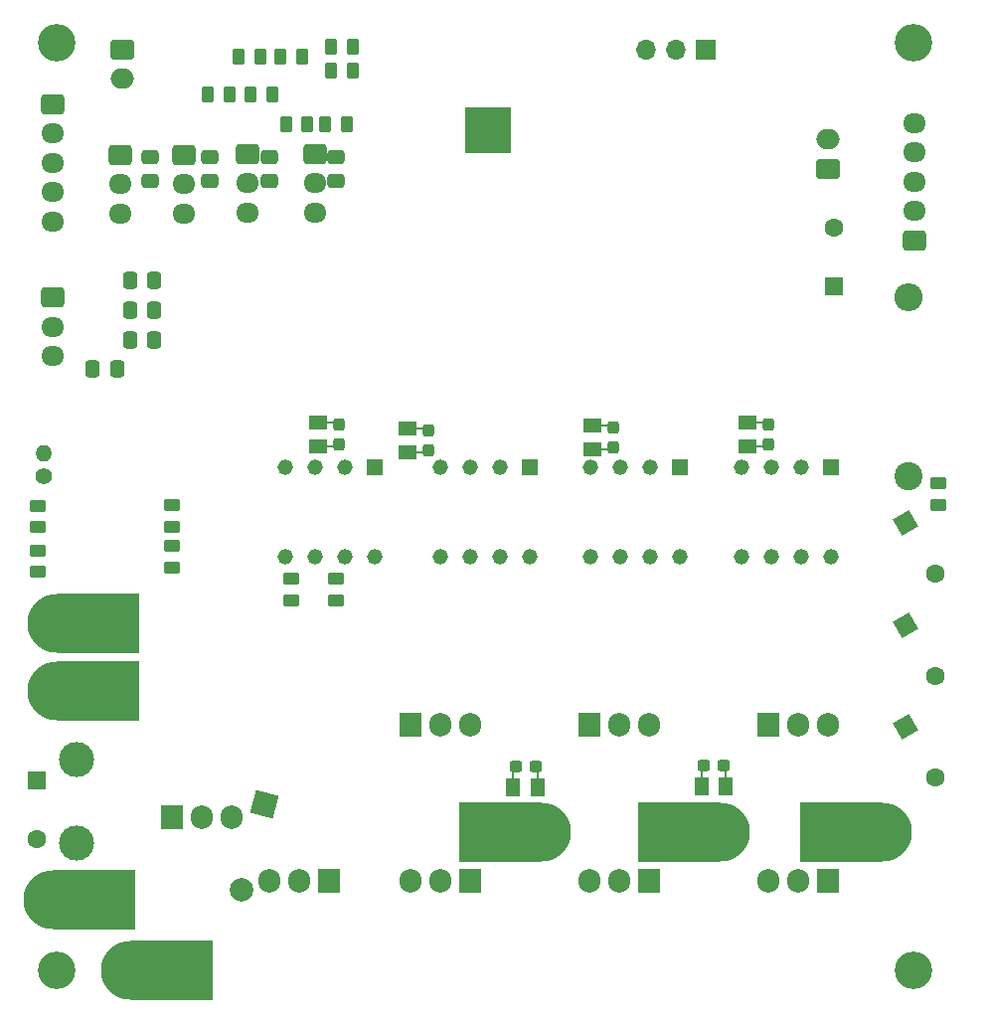
<source format=gbr>
%TF.GenerationSoftware,KiCad,Pcbnew,(6.0.7)*%
%TF.CreationDate,2022-12-27T00:24:06+11:00*%
%TF.ProjectId,esp32_esc,65737033-325f-4657-9363-2e6b69636164,rev?*%
%TF.SameCoordinates,Original*%
%TF.FileFunction,Soldermask,Bot*%
%TF.FilePolarity,Negative*%
%FSLAX46Y46*%
G04 Gerber Fmt 4.6, Leading zero omitted, Abs format (unit mm)*
G04 Created by KiCad (PCBNEW (6.0.7)) date 2022-12-27 00:24:06*
%MOMM*%
%LPD*%
G01*
G04 APERTURE LIST*
G04 Aperture macros list*
%AMRoundRect*
0 Rectangle with rounded corners*
0 $1 Rounding radius*
0 $2 $3 $4 $5 $6 $7 $8 $9 X,Y pos of 4 corners*
0 Add a 4 corners polygon primitive as box body*
4,1,4,$2,$3,$4,$5,$6,$7,$8,$9,$2,$3,0*
0 Add four circle primitives for the rounded corners*
1,1,$1+$1,$2,$3*
1,1,$1+$1,$4,$5*
1,1,$1+$1,$6,$7*
1,1,$1+$1,$8,$9*
0 Add four rect primitives between the rounded corners*
20,1,$1+$1,$2,$3,$4,$5,0*
20,1,$1+$1,$4,$5,$6,$7,0*
20,1,$1+$1,$6,$7,$8,$9,0*
20,1,$1+$1,$8,$9,$2,$3,0*%
%AMRotRect*
0 Rectangle, with rotation*
0 The origin of the aperture is its center*
0 $1 length*
0 $2 width*
0 $3 Rotation angle, in degrees counterclockwise*
0 Add horizontal line*
21,1,$1,$2,0,0,$3*%
%AMFreePoly0*
4,1,32,7.000000,-2.500000,0.000000,-2.500000,0.000000,-2.495067,-0.156976,-2.495067,-0.468453,-2.455718,-0.772542,-2.377641,-1.064448,-2.262068,-1.339567,-2.110820,-1.593560,-1.926283,-1.822422,-1.711368,-2.022542,-1.469463,-2.190767,-1.204384,-2.324441,-0.920311,-2.421458,-0.621725,-2.480287,-0.313333,-2.500000,0.000000,-2.480287,0.313333,-2.421458,0.621725,-2.324441,0.920311,-2.190767,1.204384,
-2.022542,1.469463,-1.822422,1.711368,-1.593560,1.926283,-1.339567,2.110820,-1.064448,2.262068,-0.772542,2.377641,-0.468453,2.455718,-0.156976,2.495067,0.000000,2.495067,0.000000,2.500000,7.000000,2.500000,7.000000,-2.500000,7.000000,-2.500000,$1*%
%AMFreePoly1*
4,1,13,0.080902,2.058779,0.100000,2.000000,0.100000,0.725000,0.587500,0.725000,0.587500,-0.725000,-0.587500,-0.725000,-0.587500,0.725000,-0.100000,0.725000,-0.100000,2.000000,-0.080902,2.058779,-0.030902,2.095106,0.030902,2.095106,0.080902,2.058779,0.080902,2.058779,$1*%
G04 Aperture macros list end*
%ADD10RotRect,2.000000X2.000000X255.000000*%
%ADD11C,2.000000*%
%ADD12R,1.600000X1.600000*%
%ADD13C,1.600000*%
%ADD14R,4.000000X4.000000*%
%ADD15FreePoly0,0.000000*%
%ADD16C,3.200000*%
%ADD17R,1.318000X1.318000*%
%ADD18C,1.318000*%
%ADD19RoundRect,0.250000X-0.750000X0.600000X-0.750000X-0.600000X0.750000X-0.600000X0.750000X0.600000X0*%
%ADD20O,2.000000X1.700000*%
%ADD21FreePoly0,180.000000*%
%ADD22RoundRect,0.250000X-0.725000X0.600000X-0.725000X-0.600000X0.725000X-0.600000X0.725000X0.600000X0*%
%ADD23O,1.950000X1.700000*%
%ADD24R,1.700000X1.700000*%
%ADD25O,1.700000X1.700000*%
%ADD26RotRect,1.600000X1.600000X300.000000*%
%ADD27RoundRect,0.250000X0.725000X-0.600000X0.725000X0.600000X-0.725000X0.600000X-0.725000X-0.600000X0*%
%ADD28C,2.400000*%
%ADD29O,2.400000X2.400000*%
%ADD30C,1.400000*%
%ADD31O,1.400000X1.400000*%
%ADD32RoundRect,0.250000X0.750000X-0.600000X0.750000X0.600000X-0.750000X0.600000X-0.750000X-0.600000X0*%
%ADD33RoundRect,0.250000X-0.450000X0.262500X-0.450000X-0.262500X0.450000X-0.262500X0.450000X0.262500X0*%
%ADD34RoundRect,0.250000X-0.262500X-0.450000X0.262500X-0.450000X0.262500X0.450000X-0.262500X0.450000X0*%
%ADD35R,1.905000X2.000000*%
%ADD36O,1.905000X2.000000*%
%ADD37RoundRect,0.250000X-0.475000X0.337500X-0.475000X-0.337500X0.475000X-0.337500X0.475000X0.337500X0*%
%ADD38RoundRect,0.250000X0.337500X0.475000X-0.337500X0.475000X-0.337500X-0.475000X0.337500X-0.475000X0*%
%ADD39C,3.000000*%
%ADD40RoundRect,0.237500X-0.237500X0.300000X-0.237500X-0.300000X0.237500X-0.300000X0.237500X0.300000X0*%
%ADD41FreePoly1,270.000000*%
%ADD42RoundRect,0.250000X0.450000X-0.262500X0.450000X0.262500X-0.450000X0.262500X-0.450000X-0.262500X0*%
%ADD43RoundRect,0.250000X0.262500X0.450000X-0.262500X0.450000X-0.262500X-0.450000X0.262500X-0.450000X0*%
%ADD44RoundRect,0.237500X-0.300000X-0.237500X0.300000X-0.237500X0.300000X0.237500X-0.300000X0.237500X0*%
%ADD45FreePoly1,0.000000*%
G04 APERTURE END LIST*
D10*
%TO.C,C3*%
X61214000Y-102362000D03*
D11*
X59272857Y-109606444D03*
%TD*%
D12*
%TO.C,C14*%
X41783000Y-100340349D03*
D13*
X41783000Y-105340349D03*
%TD*%
D14*
%TO.C,REF\u002A\u002A*%
X80264000Y-44958000D03*
%TD*%
D15*
%TO.C,J4*%
X43482500Y-92710000D03*
%TD*%
D16*
%TO.C,REF\u002A\u002A*%
X116500000Y-37500000D03*
%TD*%
D17*
%TO.C,U7*%
X96560000Y-73687500D03*
D18*
X94020000Y-73687500D03*
X91480000Y-73687500D03*
X88940000Y-73687500D03*
X88940000Y-81307500D03*
X91480000Y-81307500D03*
X94020000Y-81307500D03*
X96560000Y-81307500D03*
%TD*%
D19*
%TO.C,J9*%
X49068000Y-38100000D03*
D20*
X49068000Y-40600000D03*
%TD*%
D12*
%TO.C,C28*%
X109728000Y-58282651D03*
D13*
X109728000Y-53282651D03*
%TD*%
D21*
%TO.C,J8*%
X113870500Y-104775000D03*
%TD*%
D22*
%TO.C,J10*%
X59773000Y-46990000D03*
D23*
X59773000Y-49490000D03*
X59773000Y-51990000D03*
%TD*%
D24*
%TO.C,J17*%
X98806000Y-38100000D03*
D25*
X96266000Y-38100000D03*
X93726000Y-38100000D03*
%TD*%
D21*
%TO.C,J3*%
X84787500Y-104775000D03*
%TD*%
D16*
%TO.C,REF\u002A\u002A*%
X43500000Y-37500000D03*
%TD*%
D15*
%TO.C,J5*%
X43180000Y-110490000D03*
%TD*%
D26*
%TO.C,C4*%
X115844000Y-78385273D03*
D13*
X118344000Y-82715400D03*
%TD*%
D22*
%TO.C,J14*%
X65488000Y-46990000D03*
D23*
X65488000Y-49490000D03*
X65488000Y-51990000D03*
%TD*%
D27*
%TO.C,J12*%
X116540000Y-54356000D03*
D23*
X116540000Y-51856000D03*
X116540000Y-49356000D03*
X116540000Y-46856000D03*
X116540000Y-44356000D03*
%TD*%
D16*
%TO.C,REF\u002A\u002A*%
X116500000Y-116500000D03*
%TD*%
D28*
%TO.C,R1*%
X116078000Y-74422000D03*
D29*
X116078000Y-59182000D03*
%TD*%
D17*
%TO.C,U1*%
X83820000Y-73660000D03*
D18*
X81280000Y-73660000D03*
X78740000Y-73660000D03*
X76200000Y-73660000D03*
X76200000Y-81280000D03*
X78740000Y-81280000D03*
X81280000Y-81280000D03*
X83820000Y-81280000D03*
%TD*%
D15*
%TO.C,J2*%
X49762500Y-116500000D03*
%TD*%
D22*
%TO.C,J11*%
X48943000Y-47070000D03*
D23*
X48943000Y-49570000D03*
X48943000Y-52070000D03*
%TD*%
D21*
%TO.C,J6*%
X100027500Y-104775000D03*
%TD*%
D17*
%TO.C,U11*%
X109474000Y-73660000D03*
D18*
X106934000Y-73660000D03*
X104394000Y-73660000D03*
X101854000Y-73660000D03*
X101854000Y-81280000D03*
X104394000Y-81280000D03*
X106934000Y-81280000D03*
X109474000Y-81280000D03*
%TD*%
D26*
%TO.C,C43*%
X115844000Y-87115642D03*
D13*
X118344000Y-91445769D03*
%TD*%
D22*
%TO.C,J16*%
X43180000Y-59190000D03*
D23*
X43180000Y-61690000D03*
X43180000Y-64190000D03*
%TD*%
D30*
%TO.C,TH1*%
X42418000Y-74406000D03*
D31*
X42418000Y-72506000D03*
%TD*%
D15*
%TO.C,J1*%
X43482500Y-86995000D03*
%TD*%
D17*
%TO.C,U3*%
X70612000Y-73687500D03*
D18*
X68072000Y-73687500D03*
X65532000Y-73687500D03*
X62992000Y-73687500D03*
X62992000Y-81307500D03*
X65532000Y-81307500D03*
X68072000Y-81307500D03*
X70612000Y-81307500D03*
%TD*%
D16*
%TO.C,REF\u002A\u002A*%
X43500000Y-116500000D03*
%TD*%
D22*
%TO.C,J15*%
X43180000Y-42752000D03*
D23*
X43180000Y-45252000D03*
X43180000Y-47752000D03*
X43180000Y-50252000D03*
X43180000Y-52752000D03*
%TD*%
D32*
%TO.C,J7*%
X109220000Y-48260000D03*
D20*
X109220000Y-45760000D03*
%TD*%
D26*
%TO.C,C5*%
X115844000Y-95751642D03*
D13*
X118344000Y-100081769D03*
%TD*%
D22*
%TO.C,J13*%
X54358000Y-47070000D03*
D23*
X54358000Y-49570000D03*
X54358000Y-52070000D03*
%TD*%
D33*
%TO.C,R9*%
X67310000Y-83185000D03*
X67310000Y-85010000D03*
%TD*%
D34*
%TO.C,R20*%
X66905500Y-37846000D03*
X68730500Y-37846000D03*
%TD*%
D35*
%TO.C,Q8*%
X104140000Y-95590000D03*
D36*
X106680000Y-95590000D03*
X109220000Y-95590000D03*
%TD*%
D37*
%TO.C,C21*%
X67310000Y-47222500D03*
X67310000Y-49297500D03*
%TD*%
D38*
%TO.C,C25*%
X51837500Y-62865000D03*
X49762500Y-62865000D03*
%TD*%
D33*
%TO.C,R18*%
X53340000Y-76915000D03*
X53340000Y-78740000D03*
%TD*%
D35*
%TO.C,Q9*%
X109220000Y-108880000D03*
D36*
X106680000Y-108880000D03*
X104140000Y-108880000D03*
%TD*%
D34*
%TO.C,R4*%
X56411500Y-41910000D03*
X58236500Y-41910000D03*
%TD*%
D37*
%TO.C,C17*%
X56515000Y-47222500D03*
X56515000Y-49297500D03*
%TD*%
D33*
%TO.C,R21*%
X41910000Y-76960000D03*
X41910000Y-78785000D03*
%TD*%
D35*
%TO.C,Q5*%
X88900000Y-95590000D03*
D36*
X91440000Y-95590000D03*
X93980000Y-95590000D03*
%TD*%
D39*
%TO.C,L1*%
X45212000Y-98558000D03*
X45212000Y-105658000D03*
%TD*%
D40*
%TO.C,C9*%
X67562000Y-70025000D03*
D41*
X65784000Y-69828500D03*
D40*
X67562000Y-71750000D03*
D41*
X65784000Y-71903500D03*
%TD*%
D33*
%TO.C,R15*%
X53340000Y-80367500D03*
X53340000Y-82192500D03*
%TD*%
D38*
%TO.C,C24*%
X51837500Y-57785000D03*
X49762500Y-57785000D03*
%TD*%
D42*
%TO.C,R27*%
X118618000Y-76858500D03*
X118618000Y-75033500D03*
%TD*%
D40*
%TO.C,C16*%
X90930000Y-70279000D03*
D41*
X89152000Y-70082500D03*
D40*
X90930000Y-72004000D03*
D41*
X89152000Y-72157500D03*
%TD*%
D37*
%TO.C,C19*%
X51435000Y-47222500D03*
X51435000Y-49297500D03*
%TD*%
D35*
%TO.C,Q4*%
X66675000Y-108880000D03*
D36*
X64135000Y-108880000D03*
X61595000Y-108880000D03*
%TD*%
D43*
%TO.C,R12*%
X64862500Y-44450000D03*
X63037500Y-44450000D03*
%TD*%
%TO.C,R2*%
X64412500Y-38735000D03*
X62587500Y-38735000D03*
%TD*%
D38*
%TO.C,C36*%
X51837500Y-60325000D03*
X49762500Y-60325000D03*
%TD*%
D44*
%TO.C,C8*%
X82576500Y-99187000D03*
D45*
X82380000Y-100965000D03*
D44*
X84301500Y-99187000D03*
D45*
X84455000Y-100965000D03*
%TD*%
D35*
%TO.C,Q3*%
X78740000Y-108880000D03*
D36*
X76200000Y-108880000D03*
X73660000Y-108880000D03*
%TD*%
D33*
%TO.C,R11*%
X63500000Y-83185000D03*
X63500000Y-85010000D03*
%TD*%
%TO.C,R17*%
X41910000Y-80770000D03*
X41910000Y-82595000D03*
%TD*%
D40*
%TO.C,C30*%
X75182000Y-70533000D03*
D41*
X73404000Y-70336500D03*
D40*
X75182000Y-72258000D03*
D41*
X73404000Y-72411500D03*
%TD*%
D35*
%TO.C,Q2*%
X53340000Y-103505000D03*
D36*
X55880000Y-103505000D03*
X58420000Y-103505000D03*
%TD*%
D38*
%TO.C,C27*%
X48662500Y-65278000D03*
X46587500Y-65278000D03*
%TD*%
D43*
%TO.C,R3*%
X61872500Y-41910000D03*
X60047500Y-41910000D03*
%TD*%
D40*
%TO.C,C7*%
X104138000Y-70025000D03*
D41*
X102360000Y-69828500D03*
D40*
X104138000Y-71750000D03*
D41*
X102360000Y-71903500D03*
%TD*%
D43*
%TO.C,R13*%
X68222500Y-44450000D03*
X66397500Y-44450000D03*
%TD*%
D35*
%TO.C,Q1*%
X73660000Y-95590000D03*
D36*
X76200000Y-95590000D03*
X78740000Y-95590000D03*
%TD*%
D43*
%TO.C,R16*%
X68730500Y-39878000D03*
X66905500Y-39878000D03*
%TD*%
D44*
%TO.C,C18*%
X98605000Y-99060000D03*
D45*
X98408500Y-100838000D03*
D44*
X100330000Y-99060000D03*
D45*
X100483500Y-100838000D03*
%TD*%
D34*
%TO.C,R5*%
X59031500Y-38735000D03*
X60856500Y-38735000D03*
%TD*%
D37*
%TO.C,C15*%
X61595000Y-47222500D03*
X61595000Y-49297500D03*
%TD*%
D35*
%TO.C,Q6*%
X93980000Y-108880000D03*
D36*
X91440000Y-108880000D03*
X88900000Y-108880000D03*
%TD*%
M02*

</source>
